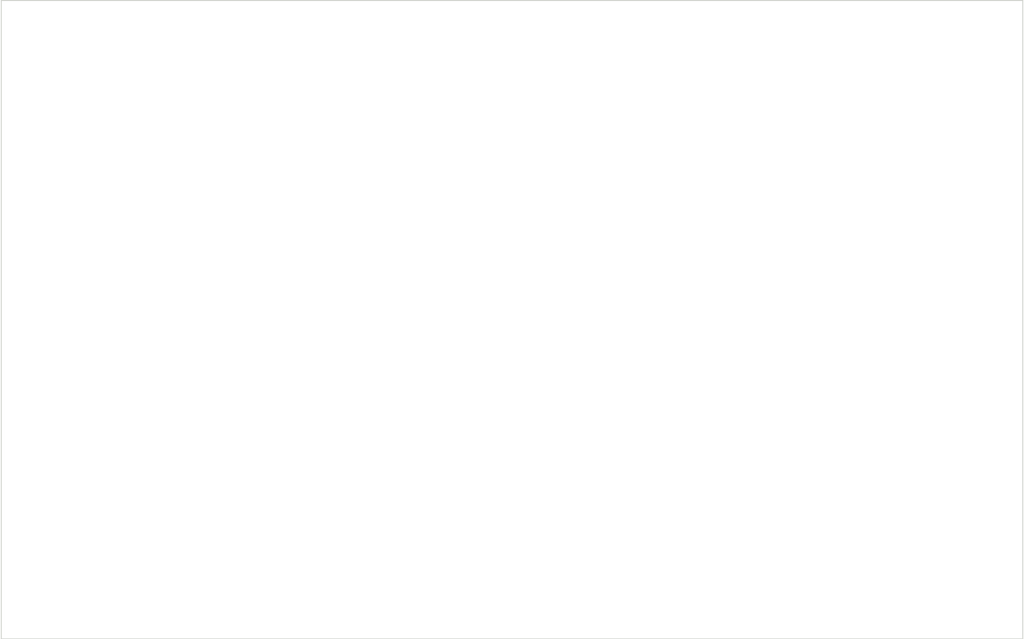
<source format=kicad_pcb>
(kicad_pcb (version 20170123) (host pcbnew "(2017-07-16 revision e797af331)-master")

  (general
    (thickness 1.6)
    (drawings 4)
    (tracks 0)
    (zones 0)
    (modules 4)
    (nets 1)
  )

  (page A4)
  (layers
    (0 F.Cu signal)
    (31 B.Cu signal)
    (32 B.Adhes user)
    (33 F.Adhes user)
    (34 B.Paste user)
    (35 F.Paste user)
    (36 B.SilkS user)
    (37 F.SilkS user)
    (38 B.Mask user)
    (39 F.Mask user)
    (40 Dwgs.User user)
    (41 Cmts.User user)
    (42 Eco1.User user)
    (43 Eco2.User user)
    (44 Edge.Cuts user)
    (45 Margin user)
    (46 B.CrtYd user)
    (47 F.CrtYd user)
    (48 B.Fab user)
    (49 F.Fab user)
  )

  (setup
    (last_trace_width 0.25)
    (trace_clearance 0.2)
    (zone_clearance 0.508)
    (zone_45_only no)
    (trace_min 0.2)
    (segment_width 0.2)
    (edge_width 0.15)
    (via_size 0.8)
    (via_drill 0.4)
    (via_min_size 0.4)
    (via_min_drill 0.3)
    (uvia_size 0.3)
    (uvia_drill 0.1)
    (uvias_allowed no)
    (uvia_min_size 0.2)
    (uvia_min_drill 0.1)
    (pcb_text_width 0.3)
    (pcb_text_size 1.5 1.5)
    (mod_edge_width 0.15)
    (mod_text_size 1 1)
    (mod_text_width 0.15)
    (pad_size 1.524 1.524)
    (pad_drill 0.762)
    (pad_to_mask_clearance 0.2)
    (aux_axis_origin 0 0)
    (grid_origin 55 145)
    (visible_elements FFFFFF7F)
    (pcbplotparams
      (layerselection 0x00030_ffffffff)
      (usegerberextensions false)
      (excludeedgelayer true)
      (linewidth 0.100000)
      (plotframeref false)
      (viasonmask false)
      (mode 1)
      (useauxorigin false)
      (hpglpennumber 1)
      (hpglpenspeed 20)
      (hpglpendiameter 15)
      (psnegative false)
      (psa4output false)
      (plotreference true)
      (plotvalue true)
      (plotinvisibletext false)
      (padsonsilk false)
      (subtractmaskfromsilk false)
      (outputformat 1)
      (mirror false)
      (drillshape 0)
      (scaleselection 1)
      (outputdirectory ""))
  )

  (net 0 "")

  (net_class Default "This is the default net class."
    (clearance 0.2)
    (trace_width 0.25)
    (via_dia 0.8)
    (via_drill 0.4)
    (uvia_dia 0.3)
    (uvia_drill 0.1)
  )

  (module Mounting_Holes:MountingHole_3.5mm (layer F.Cu) (tedit 59754677) (tstamp 59755F5D)
    (at 211.43 139.45)
    (descr "Mounting Hole 3.5mm, no annular")
    (tags "mounting hole 3.5mm no annular")
    (fp_text reference REF** (at 0 -4.5) (layer F.SilkS) hide
      (effects (font (size 1 1) (thickness 0.15)))
    )
    (fp_text value MountingHole_3.5mm (at 0 4.5) (layer F.Fab) hide
      (effects (font (size 1 1) (thickness 0.15)))
    )
    (fp_circle (center 0 0) (end 3.75 0) (layer F.CrtYd) (width 0.05))
    (fp_circle (center 0 0) (end 3.5 0) (layer Cmts.User) (width 0.15))
    (pad 1 np_thru_hole circle (at 0 0) (size 3.5 3.5) (drill 3.5) (layers *.Cu *.Mask))
  )

  (module Mounting_Holes:MountingHole_3.5mm (layer F.Cu) (tedit 59754677) (tstamp 59755F56)
    (at 211.43 50.55)
    (descr "Mounting Hole 3.5mm, no annular")
    (tags "mounting hole 3.5mm no annular")
    (fp_text reference REF** (at 0 -4.5) (layer F.SilkS) hide
      (effects (font (size 1 1) (thickness 0.15)))
    )
    (fp_text value MountingHole_3.5mm (at 0 4.5) (layer F.Fab) hide
      (effects (font (size 1 1) (thickness 0.15)))
    )
    (fp_circle (center 0 0) (end 3.5 0) (layer Cmts.User) (width 0.15))
    (fp_circle (center 0 0) (end 3.75 0) (layer F.CrtYd) (width 0.05))
    (pad 1 np_thru_hole circle (at 0 0) (size 3.5 3.5) (drill 3.5) (layers *.Cu *.Mask))
  )

  (module Mounting_Holes:MountingHole_3.5mm (layer F.Cu) (tedit 59754677) (tstamp 59755B13)
    (at 58.57 50.55)
    (descr "Mounting Hole 3.5mm, no annular")
    (tags "mounting hole 3.5mm no annular")
    (fp_text reference REF** (at 0 -4.5) (layer F.SilkS) hide
      (effects (font (size 1 1) (thickness 0.15)))
    )
    (fp_text value MountingHole_3.5mm (at 0 4.5) (layer F.Fab) hide
      (effects (font (size 1 1) (thickness 0.15)))
    )
    (fp_circle (center 0 0) (end 3.75 0) (layer F.CrtYd) (width 0.05))
    (fp_circle (center 0 0) (end 3.5 0) (layer Cmts.User) (width 0.15))
    (pad 1 np_thru_hole circle (at 0 0) (size 3.5 3.5) (drill 3.5) (layers *.Cu *.Mask))
  )

  (module Mounting_Holes:MountingHole_3.5mm (layer F.Cu) (tedit 59754677) (tstamp 597559B3)
    (at 58.57 139.45)
    (descr "Mounting Hole 3.5mm, no annular")
    (tags "mounting hole 3.5mm no annular")
    (fp_text reference REF** (at 0 -4.5) (layer F.SilkS) hide
      (effects (font (size 1 1) (thickness 0.15)))
    )
    (fp_text value MountingHole_3.5mm (at 0 4.5) (layer F.Fab) hide
      (effects (font (size 1 1) (thickness 0.15)))
    )
    (fp_circle (center 0 0) (end 3.5 0) (layer Cmts.User) (width 0.15))
    (fp_circle (center 0 0) (end 3.75 0) (layer F.CrtYd) (width 0.05))
    (pad 1 np_thru_hole circle (at 0 0) (size 3.5 3.5) (drill 3.5) (layers *.Cu *.Mask))
  )

  (gr_line (start 55 145) (end 215 145) (angle 90) (layer Edge.Cuts) (width 0.15))
  (gr_line (start 55 45) (end 55 145) (angle 90) (layer Edge.Cuts) (width 0.15))
  (gr_line (start 215 45) (end 55 45) (angle 90) (layer Edge.Cuts) (width 0.15))
  (gr_line (start 215 145) (end 215 45) (angle 90) (layer Edge.Cuts) (width 0.15))

)

</source>
